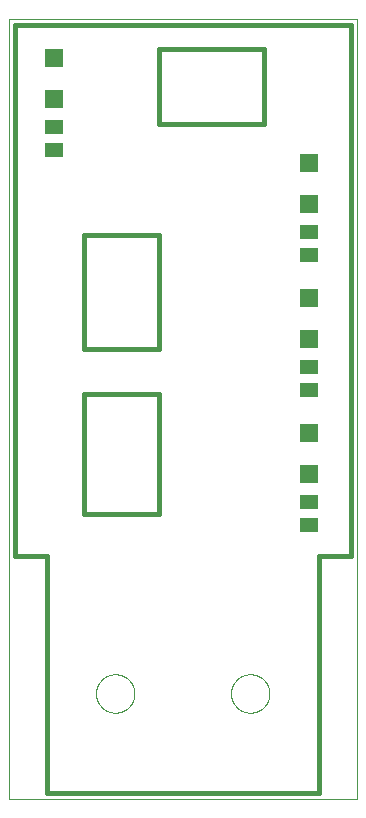
<source format=gtp>
G75*
%MOIN*%
%OFA0B0*%
%FSLAX25Y25*%
%IPPOS*%
%LPD*%
%AMOC8*
5,1,8,0,0,1.08239X$1,22.5*
%
%ADD10C,0.00000*%
%ADD11C,0.01600*%
%ADD12R,0.05906X0.05906*%
%ADD13R,0.06299X0.05118*%
D10*
X0001000Y0001000D02*
X0117142Y0001000D01*
X0117142Y0260843D01*
X0001000Y0260843D01*
X0001000Y0001000D01*
X0030100Y0036000D02*
X0030102Y0036160D01*
X0030108Y0036319D01*
X0030118Y0036478D01*
X0030132Y0036637D01*
X0030150Y0036796D01*
X0030171Y0036954D01*
X0030197Y0037111D01*
X0030227Y0037268D01*
X0030260Y0037424D01*
X0030298Y0037579D01*
X0030339Y0037733D01*
X0030384Y0037886D01*
X0030433Y0038038D01*
X0030486Y0038189D01*
X0030542Y0038338D01*
X0030603Y0038486D01*
X0030666Y0038632D01*
X0030734Y0038777D01*
X0030805Y0038920D01*
X0030879Y0039061D01*
X0030957Y0039200D01*
X0031039Y0039337D01*
X0031124Y0039472D01*
X0031212Y0039605D01*
X0031304Y0039736D01*
X0031398Y0039864D01*
X0031496Y0039990D01*
X0031597Y0040114D01*
X0031701Y0040235D01*
X0031808Y0040353D01*
X0031918Y0040469D01*
X0032031Y0040582D01*
X0032147Y0040692D01*
X0032265Y0040799D01*
X0032386Y0040903D01*
X0032510Y0041004D01*
X0032636Y0041102D01*
X0032764Y0041196D01*
X0032895Y0041288D01*
X0033028Y0041376D01*
X0033163Y0041461D01*
X0033300Y0041543D01*
X0033439Y0041621D01*
X0033580Y0041695D01*
X0033723Y0041766D01*
X0033868Y0041834D01*
X0034014Y0041897D01*
X0034162Y0041958D01*
X0034311Y0042014D01*
X0034462Y0042067D01*
X0034614Y0042116D01*
X0034767Y0042161D01*
X0034921Y0042202D01*
X0035076Y0042240D01*
X0035232Y0042273D01*
X0035389Y0042303D01*
X0035546Y0042329D01*
X0035704Y0042350D01*
X0035863Y0042368D01*
X0036022Y0042382D01*
X0036181Y0042392D01*
X0036340Y0042398D01*
X0036500Y0042400D01*
X0036660Y0042398D01*
X0036819Y0042392D01*
X0036978Y0042382D01*
X0037137Y0042368D01*
X0037296Y0042350D01*
X0037454Y0042329D01*
X0037611Y0042303D01*
X0037768Y0042273D01*
X0037924Y0042240D01*
X0038079Y0042202D01*
X0038233Y0042161D01*
X0038386Y0042116D01*
X0038538Y0042067D01*
X0038689Y0042014D01*
X0038838Y0041958D01*
X0038986Y0041897D01*
X0039132Y0041834D01*
X0039277Y0041766D01*
X0039420Y0041695D01*
X0039561Y0041621D01*
X0039700Y0041543D01*
X0039837Y0041461D01*
X0039972Y0041376D01*
X0040105Y0041288D01*
X0040236Y0041196D01*
X0040364Y0041102D01*
X0040490Y0041004D01*
X0040614Y0040903D01*
X0040735Y0040799D01*
X0040853Y0040692D01*
X0040969Y0040582D01*
X0041082Y0040469D01*
X0041192Y0040353D01*
X0041299Y0040235D01*
X0041403Y0040114D01*
X0041504Y0039990D01*
X0041602Y0039864D01*
X0041696Y0039736D01*
X0041788Y0039605D01*
X0041876Y0039472D01*
X0041961Y0039337D01*
X0042043Y0039200D01*
X0042121Y0039061D01*
X0042195Y0038920D01*
X0042266Y0038777D01*
X0042334Y0038632D01*
X0042397Y0038486D01*
X0042458Y0038338D01*
X0042514Y0038189D01*
X0042567Y0038038D01*
X0042616Y0037886D01*
X0042661Y0037733D01*
X0042702Y0037579D01*
X0042740Y0037424D01*
X0042773Y0037268D01*
X0042803Y0037111D01*
X0042829Y0036954D01*
X0042850Y0036796D01*
X0042868Y0036637D01*
X0042882Y0036478D01*
X0042892Y0036319D01*
X0042898Y0036160D01*
X0042900Y0036000D01*
X0042898Y0035840D01*
X0042892Y0035681D01*
X0042882Y0035522D01*
X0042868Y0035363D01*
X0042850Y0035204D01*
X0042829Y0035046D01*
X0042803Y0034889D01*
X0042773Y0034732D01*
X0042740Y0034576D01*
X0042702Y0034421D01*
X0042661Y0034267D01*
X0042616Y0034114D01*
X0042567Y0033962D01*
X0042514Y0033811D01*
X0042458Y0033662D01*
X0042397Y0033514D01*
X0042334Y0033368D01*
X0042266Y0033223D01*
X0042195Y0033080D01*
X0042121Y0032939D01*
X0042043Y0032800D01*
X0041961Y0032663D01*
X0041876Y0032528D01*
X0041788Y0032395D01*
X0041696Y0032264D01*
X0041602Y0032136D01*
X0041504Y0032010D01*
X0041403Y0031886D01*
X0041299Y0031765D01*
X0041192Y0031647D01*
X0041082Y0031531D01*
X0040969Y0031418D01*
X0040853Y0031308D01*
X0040735Y0031201D01*
X0040614Y0031097D01*
X0040490Y0030996D01*
X0040364Y0030898D01*
X0040236Y0030804D01*
X0040105Y0030712D01*
X0039972Y0030624D01*
X0039837Y0030539D01*
X0039700Y0030457D01*
X0039561Y0030379D01*
X0039420Y0030305D01*
X0039277Y0030234D01*
X0039132Y0030166D01*
X0038986Y0030103D01*
X0038838Y0030042D01*
X0038689Y0029986D01*
X0038538Y0029933D01*
X0038386Y0029884D01*
X0038233Y0029839D01*
X0038079Y0029798D01*
X0037924Y0029760D01*
X0037768Y0029727D01*
X0037611Y0029697D01*
X0037454Y0029671D01*
X0037296Y0029650D01*
X0037137Y0029632D01*
X0036978Y0029618D01*
X0036819Y0029608D01*
X0036660Y0029602D01*
X0036500Y0029600D01*
X0036340Y0029602D01*
X0036181Y0029608D01*
X0036022Y0029618D01*
X0035863Y0029632D01*
X0035704Y0029650D01*
X0035546Y0029671D01*
X0035389Y0029697D01*
X0035232Y0029727D01*
X0035076Y0029760D01*
X0034921Y0029798D01*
X0034767Y0029839D01*
X0034614Y0029884D01*
X0034462Y0029933D01*
X0034311Y0029986D01*
X0034162Y0030042D01*
X0034014Y0030103D01*
X0033868Y0030166D01*
X0033723Y0030234D01*
X0033580Y0030305D01*
X0033439Y0030379D01*
X0033300Y0030457D01*
X0033163Y0030539D01*
X0033028Y0030624D01*
X0032895Y0030712D01*
X0032764Y0030804D01*
X0032636Y0030898D01*
X0032510Y0030996D01*
X0032386Y0031097D01*
X0032265Y0031201D01*
X0032147Y0031308D01*
X0032031Y0031418D01*
X0031918Y0031531D01*
X0031808Y0031647D01*
X0031701Y0031765D01*
X0031597Y0031886D01*
X0031496Y0032010D01*
X0031398Y0032136D01*
X0031304Y0032264D01*
X0031212Y0032395D01*
X0031124Y0032528D01*
X0031039Y0032663D01*
X0030957Y0032800D01*
X0030879Y0032939D01*
X0030805Y0033080D01*
X0030734Y0033223D01*
X0030666Y0033368D01*
X0030603Y0033514D01*
X0030542Y0033662D01*
X0030486Y0033811D01*
X0030433Y0033962D01*
X0030384Y0034114D01*
X0030339Y0034267D01*
X0030298Y0034421D01*
X0030260Y0034576D01*
X0030227Y0034732D01*
X0030197Y0034889D01*
X0030171Y0035046D01*
X0030150Y0035204D01*
X0030132Y0035363D01*
X0030118Y0035522D01*
X0030108Y0035681D01*
X0030102Y0035840D01*
X0030100Y0036000D01*
X0075100Y0036000D02*
X0075102Y0036160D01*
X0075108Y0036319D01*
X0075118Y0036478D01*
X0075132Y0036637D01*
X0075150Y0036796D01*
X0075171Y0036954D01*
X0075197Y0037111D01*
X0075227Y0037268D01*
X0075260Y0037424D01*
X0075298Y0037579D01*
X0075339Y0037733D01*
X0075384Y0037886D01*
X0075433Y0038038D01*
X0075486Y0038189D01*
X0075542Y0038338D01*
X0075603Y0038486D01*
X0075666Y0038632D01*
X0075734Y0038777D01*
X0075805Y0038920D01*
X0075879Y0039061D01*
X0075957Y0039200D01*
X0076039Y0039337D01*
X0076124Y0039472D01*
X0076212Y0039605D01*
X0076304Y0039736D01*
X0076398Y0039864D01*
X0076496Y0039990D01*
X0076597Y0040114D01*
X0076701Y0040235D01*
X0076808Y0040353D01*
X0076918Y0040469D01*
X0077031Y0040582D01*
X0077147Y0040692D01*
X0077265Y0040799D01*
X0077386Y0040903D01*
X0077510Y0041004D01*
X0077636Y0041102D01*
X0077764Y0041196D01*
X0077895Y0041288D01*
X0078028Y0041376D01*
X0078163Y0041461D01*
X0078300Y0041543D01*
X0078439Y0041621D01*
X0078580Y0041695D01*
X0078723Y0041766D01*
X0078868Y0041834D01*
X0079014Y0041897D01*
X0079162Y0041958D01*
X0079311Y0042014D01*
X0079462Y0042067D01*
X0079614Y0042116D01*
X0079767Y0042161D01*
X0079921Y0042202D01*
X0080076Y0042240D01*
X0080232Y0042273D01*
X0080389Y0042303D01*
X0080546Y0042329D01*
X0080704Y0042350D01*
X0080863Y0042368D01*
X0081022Y0042382D01*
X0081181Y0042392D01*
X0081340Y0042398D01*
X0081500Y0042400D01*
X0081660Y0042398D01*
X0081819Y0042392D01*
X0081978Y0042382D01*
X0082137Y0042368D01*
X0082296Y0042350D01*
X0082454Y0042329D01*
X0082611Y0042303D01*
X0082768Y0042273D01*
X0082924Y0042240D01*
X0083079Y0042202D01*
X0083233Y0042161D01*
X0083386Y0042116D01*
X0083538Y0042067D01*
X0083689Y0042014D01*
X0083838Y0041958D01*
X0083986Y0041897D01*
X0084132Y0041834D01*
X0084277Y0041766D01*
X0084420Y0041695D01*
X0084561Y0041621D01*
X0084700Y0041543D01*
X0084837Y0041461D01*
X0084972Y0041376D01*
X0085105Y0041288D01*
X0085236Y0041196D01*
X0085364Y0041102D01*
X0085490Y0041004D01*
X0085614Y0040903D01*
X0085735Y0040799D01*
X0085853Y0040692D01*
X0085969Y0040582D01*
X0086082Y0040469D01*
X0086192Y0040353D01*
X0086299Y0040235D01*
X0086403Y0040114D01*
X0086504Y0039990D01*
X0086602Y0039864D01*
X0086696Y0039736D01*
X0086788Y0039605D01*
X0086876Y0039472D01*
X0086961Y0039337D01*
X0087043Y0039200D01*
X0087121Y0039061D01*
X0087195Y0038920D01*
X0087266Y0038777D01*
X0087334Y0038632D01*
X0087397Y0038486D01*
X0087458Y0038338D01*
X0087514Y0038189D01*
X0087567Y0038038D01*
X0087616Y0037886D01*
X0087661Y0037733D01*
X0087702Y0037579D01*
X0087740Y0037424D01*
X0087773Y0037268D01*
X0087803Y0037111D01*
X0087829Y0036954D01*
X0087850Y0036796D01*
X0087868Y0036637D01*
X0087882Y0036478D01*
X0087892Y0036319D01*
X0087898Y0036160D01*
X0087900Y0036000D01*
X0087898Y0035840D01*
X0087892Y0035681D01*
X0087882Y0035522D01*
X0087868Y0035363D01*
X0087850Y0035204D01*
X0087829Y0035046D01*
X0087803Y0034889D01*
X0087773Y0034732D01*
X0087740Y0034576D01*
X0087702Y0034421D01*
X0087661Y0034267D01*
X0087616Y0034114D01*
X0087567Y0033962D01*
X0087514Y0033811D01*
X0087458Y0033662D01*
X0087397Y0033514D01*
X0087334Y0033368D01*
X0087266Y0033223D01*
X0087195Y0033080D01*
X0087121Y0032939D01*
X0087043Y0032800D01*
X0086961Y0032663D01*
X0086876Y0032528D01*
X0086788Y0032395D01*
X0086696Y0032264D01*
X0086602Y0032136D01*
X0086504Y0032010D01*
X0086403Y0031886D01*
X0086299Y0031765D01*
X0086192Y0031647D01*
X0086082Y0031531D01*
X0085969Y0031418D01*
X0085853Y0031308D01*
X0085735Y0031201D01*
X0085614Y0031097D01*
X0085490Y0030996D01*
X0085364Y0030898D01*
X0085236Y0030804D01*
X0085105Y0030712D01*
X0084972Y0030624D01*
X0084837Y0030539D01*
X0084700Y0030457D01*
X0084561Y0030379D01*
X0084420Y0030305D01*
X0084277Y0030234D01*
X0084132Y0030166D01*
X0083986Y0030103D01*
X0083838Y0030042D01*
X0083689Y0029986D01*
X0083538Y0029933D01*
X0083386Y0029884D01*
X0083233Y0029839D01*
X0083079Y0029798D01*
X0082924Y0029760D01*
X0082768Y0029727D01*
X0082611Y0029697D01*
X0082454Y0029671D01*
X0082296Y0029650D01*
X0082137Y0029632D01*
X0081978Y0029618D01*
X0081819Y0029608D01*
X0081660Y0029602D01*
X0081500Y0029600D01*
X0081340Y0029602D01*
X0081181Y0029608D01*
X0081022Y0029618D01*
X0080863Y0029632D01*
X0080704Y0029650D01*
X0080546Y0029671D01*
X0080389Y0029697D01*
X0080232Y0029727D01*
X0080076Y0029760D01*
X0079921Y0029798D01*
X0079767Y0029839D01*
X0079614Y0029884D01*
X0079462Y0029933D01*
X0079311Y0029986D01*
X0079162Y0030042D01*
X0079014Y0030103D01*
X0078868Y0030166D01*
X0078723Y0030234D01*
X0078580Y0030305D01*
X0078439Y0030379D01*
X0078300Y0030457D01*
X0078163Y0030539D01*
X0078028Y0030624D01*
X0077895Y0030712D01*
X0077764Y0030804D01*
X0077636Y0030898D01*
X0077510Y0030996D01*
X0077386Y0031097D01*
X0077265Y0031201D01*
X0077147Y0031308D01*
X0077031Y0031418D01*
X0076918Y0031531D01*
X0076808Y0031647D01*
X0076701Y0031765D01*
X0076597Y0031886D01*
X0076496Y0032010D01*
X0076398Y0032136D01*
X0076304Y0032264D01*
X0076212Y0032395D01*
X0076124Y0032528D01*
X0076039Y0032663D01*
X0075957Y0032800D01*
X0075879Y0032939D01*
X0075805Y0033080D01*
X0075734Y0033223D01*
X0075666Y0033368D01*
X0075603Y0033514D01*
X0075542Y0033662D01*
X0075486Y0033811D01*
X0075433Y0033962D01*
X0075384Y0034114D01*
X0075339Y0034267D01*
X0075298Y0034421D01*
X0075260Y0034576D01*
X0075227Y0034732D01*
X0075197Y0034889D01*
X0075171Y0035046D01*
X0075150Y0035204D01*
X0075132Y0035363D01*
X0075118Y0035522D01*
X0075108Y0035681D01*
X0075102Y0035840D01*
X0075100Y0036000D01*
D11*
X0051000Y0096000D02*
X0026000Y0096000D01*
X0026000Y0136000D01*
X0051000Y0136000D01*
X0051000Y0096000D01*
X0051000Y0151000D02*
X0026000Y0151000D01*
X0026000Y0189000D01*
X0051000Y0189000D01*
X0051000Y0151000D01*
X0051000Y0226000D02*
X0086000Y0226000D01*
X0086000Y0251000D01*
X0051000Y0251000D01*
X0051000Y0226000D01*
X0002969Y0258874D02*
X0002969Y0081709D01*
X0013780Y0081709D01*
X0013780Y0002969D01*
X0104362Y0002969D01*
X0104362Y0081709D01*
X0115173Y0081709D01*
X0115173Y0258874D01*
X0002969Y0258874D01*
D12*
X0016000Y0247890D03*
X0016000Y0234110D03*
X0101000Y0212890D03*
X0101000Y0199110D03*
X0101000Y0167890D03*
X0101000Y0154110D03*
X0101000Y0122890D03*
X0101000Y0109110D03*
D13*
X0101000Y0099740D03*
X0101000Y0092260D03*
X0101000Y0137260D03*
X0101000Y0144740D03*
X0101000Y0182260D03*
X0101000Y0189740D03*
X0016000Y0217260D03*
X0016000Y0224740D03*
M02*

</source>
